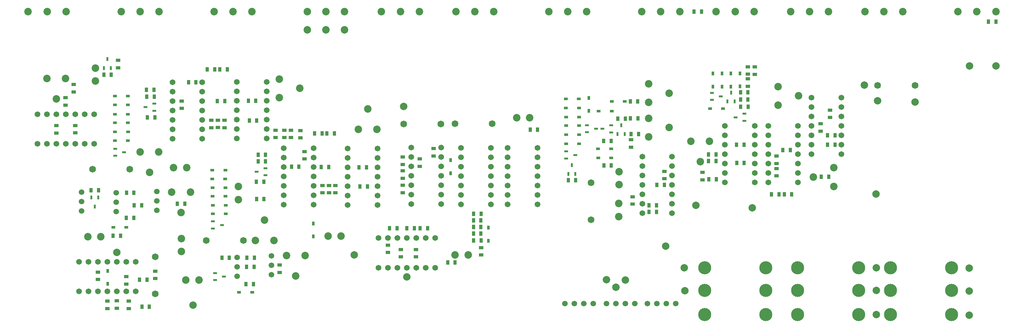
<source format=gbs>
G04*
G04 #@! TF.GenerationSoftware,Altium Limited,Altium Designer,22.10.1 (41)*
G04*
G04 Layer_Color=16711935*
%FSLAX44Y44*%
%MOMM*%
G71*
G04*
G04 #@! TF.SameCoordinates,925E1407-17B4-44B6-9F2D-65EEED7EDF2A*
G04*
G04*
G04 #@! TF.FilePolarity,Negative*
G04*
G01*
G75*
%ADD15C,2.0200*%
%ADD16C,1.8200*%
%ADD17C,1.5440*%
%ADD18C,1.5200*%
%ADD19C,2.0032*%
%ADD20C,3.5200*%
%ADD36R,1.0200X0.6200*%
%ADD37R,1.2800X0.8300*%
%ADD38R,0.8300X1.2800*%
%ADD39R,0.7200X1.0200*%
%ADD40R,0.6200X1.0200*%
%ADD41R,1.0200X0.7200*%
D15*
X2065745Y655284D02*
D03*
Y605284D02*
D03*
X2120745Y630284D02*
D03*
X1637000Y339654D02*
D03*
Y304654D02*
D03*
X1232412Y201250D02*
D03*
X1197412D02*
D03*
X508250Y133099D02*
D03*
X473250D02*
D03*
X230411Y704751D02*
D03*
Y669751D02*
D03*
X124819Y621500D02*
D03*
X99819Y676500D02*
D03*
X149819D02*
D03*
X375415Y423599D02*
D03*
X350415Y478599D02*
D03*
X400415D02*
D03*
X1362722Y570750D02*
D03*
X1397722D02*
D03*
X461665Y210349D02*
D03*
Y245349D02*
D03*
X779915Y650349D02*
D03*
X724915Y625349D02*
D03*
Y675349D02*
D03*
X209915Y250099D02*
D03*
X244915D02*
D03*
X485415Y370599D02*
D03*
X435415D02*
D03*
X460415Y315599D02*
D03*
X440433Y436564D02*
D03*
X475433D02*
D03*
X614319Y350349D02*
D03*
Y385349D02*
D03*
X659819Y240349D02*
D03*
X709819D02*
D03*
X684819Y295349D02*
D03*
X793819Y199349D02*
D03*
X743819D02*
D03*
X768819Y144349D02*
D03*
X890665Y252099D02*
D03*
X855665D02*
D03*
X937319Y540099D02*
D03*
X987319D02*
D03*
X962319Y595099D02*
D03*
X2160745Y411034D02*
D03*
X2215745Y436034D02*
D03*
Y386034D02*
D03*
X1856244Y452546D02*
D03*
X1831244Y507546D02*
D03*
X1881244D02*
D03*
X1772500Y637404D02*
D03*
X1717500Y612404D02*
D03*
Y662404D02*
D03*
X1772750Y544404D02*
D03*
X1717750Y519404D02*
D03*
Y569404D02*
D03*
X1637750Y425404D02*
D03*
Y390404D02*
D03*
X850250Y857500D02*
D03*
X800250D02*
D03*
X900250D02*
D03*
Y808000D02*
D03*
X800250D02*
D03*
X850250D02*
D03*
X2549250Y857500D02*
D03*
X2600250D02*
D03*
X2651250D02*
D03*
X2299250D02*
D03*
X2350250D02*
D03*
X2401250D02*
D03*
X2099250D02*
D03*
X2150250D02*
D03*
X2201250D02*
D03*
X1899250D02*
D03*
X1950250D02*
D03*
X2001250D02*
D03*
X1699250D02*
D03*
X1750250D02*
D03*
X1801250D02*
D03*
X1449250D02*
D03*
X1500250D02*
D03*
X1551250D02*
D03*
X1199250D02*
D03*
X1250250D02*
D03*
X1301250D02*
D03*
X999250D02*
D03*
X1050250D02*
D03*
X1101250D02*
D03*
X549250D02*
D03*
X600250D02*
D03*
X651250D02*
D03*
X299250D02*
D03*
X350250D02*
D03*
X401250D02*
D03*
X49250D02*
D03*
X100250D02*
D03*
X151250D02*
D03*
D16*
X1562750Y295904D02*
D03*
Y395904D02*
D03*
X527819Y240349D02*
D03*
X627819D02*
D03*
X1159206Y553750D02*
D03*
X1059206D02*
D03*
X1197206Y554750D02*
D03*
X1297206D02*
D03*
X322415Y432599D02*
D03*
X222415D02*
D03*
X2433580Y658199D02*
D03*
X2333580D02*
D03*
X391000Y195750D02*
D03*
Y95750D02*
D03*
D17*
X338250Y182580D02*
D03*
X312850D02*
D03*
X287450D02*
D03*
X262050D02*
D03*
X236650D02*
D03*
X211250D02*
D03*
X185850D02*
D03*
X338250Y102580D02*
D03*
X312850D02*
D03*
X287450D02*
D03*
X262050D02*
D03*
X236650D02*
D03*
X211250D02*
D03*
X185850D02*
D03*
X610415Y667527D02*
D03*
Y642127D02*
D03*
Y616727D02*
D03*
Y591327D02*
D03*
Y565927D02*
D03*
Y540527D02*
D03*
Y515127D02*
D03*
X690415Y667527D02*
D03*
Y642127D02*
D03*
Y616727D02*
D03*
Y591327D02*
D03*
Y565927D02*
D03*
Y540527D02*
D03*
Y515127D02*
D03*
X1418456Y337800D02*
D03*
Y363200D02*
D03*
Y388600D02*
D03*
Y414000D02*
D03*
Y439400D02*
D03*
Y464800D02*
D03*
Y490200D02*
D03*
X1338456Y337800D02*
D03*
Y363200D02*
D03*
Y388600D02*
D03*
Y414000D02*
D03*
Y439400D02*
D03*
Y464800D02*
D03*
Y490200D02*
D03*
X1159456Y338300D02*
D03*
Y363700D02*
D03*
Y389100D02*
D03*
Y414500D02*
D03*
Y439900D02*
D03*
Y465300D02*
D03*
Y490700D02*
D03*
X1079456Y338300D02*
D03*
Y363700D02*
D03*
Y389100D02*
D03*
Y414500D02*
D03*
Y439900D02*
D03*
Y465300D02*
D03*
Y490700D02*
D03*
X1293403Y337531D02*
D03*
Y362931D02*
D03*
Y388331D02*
D03*
Y413731D02*
D03*
Y439131D02*
D03*
Y464531D02*
D03*
Y489931D02*
D03*
X1213403Y337531D02*
D03*
Y362931D02*
D03*
Y388331D02*
D03*
Y413731D02*
D03*
Y439131D02*
D03*
Y464531D02*
D03*
Y489931D02*
D03*
X990962Y166750D02*
D03*
X1016362D02*
D03*
X1041762D02*
D03*
X1067162D02*
D03*
X1092562D02*
D03*
X1117962D02*
D03*
X1143362D02*
D03*
X990962Y246750D02*
D03*
X1016362D02*
D03*
X1041762D02*
D03*
X1067162D02*
D03*
X1092562D02*
D03*
X1117962D02*
D03*
X1143362D02*
D03*
X437174Y666357D02*
D03*
Y640957D02*
D03*
Y615557D02*
D03*
Y590157D02*
D03*
Y564757D02*
D03*
Y539357D02*
D03*
Y513957D02*
D03*
X517174Y666357D02*
D03*
Y640957D02*
D03*
Y615557D02*
D03*
Y590157D02*
D03*
Y564757D02*
D03*
Y539357D02*
D03*
Y513957D02*
D03*
X736819Y489249D02*
D03*
Y463849D02*
D03*
Y438449D02*
D03*
Y413049D02*
D03*
Y387649D02*
D03*
Y362249D02*
D03*
Y336849D02*
D03*
X816819Y489249D02*
D03*
Y463849D02*
D03*
Y438449D02*
D03*
Y413049D02*
D03*
Y387649D02*
D03*
Y362249D02*
D03*
Y336849D02*
D03*
X988319Y335899D02*
D03*
Y361299D02*
D03*
Y386699D02*
D03*
Y412099D02*
D03*
Y437499D02*
D03*
Y462899D02*
D03*
Y488299D02*
D03*
X908319Y335899D02*
D03*
Y361299D02*
D03*
Y386699D02*
D03*
Y412099D02*
D03*
Y437499D02*
D03*
Y462899D02*
D03*
Y488299D02*
D03*
X2155745Y625234D02*
D03*
Y599834D02*
D03*
Y574434D02*
D03*
Y549034D02*
D03*
Y523634D02*
D03*
Y498234D02*
D03*
Y472834D02*
D03*
X2235745Y625234D02*
D03*
Y599834D02*
D03*
Y574434D02*
D03*
Y549034D02*
D03*
Y523634D02*
D03*
Y498234D02*
D03*
Y472834D02*
D03*
X2039314Y548703D02*
D03*
Y523303D02*
D03*
Y497903D02*
D03*
Y472503D02*
D03*
Y447103D02*
D03*
Y421703D02*
D03*
Y396303D02*
D03*
X2119314Y548703D02*
D03*
Y523303D02*
D03*
Y497903D02*
D03*
Y472503D02*
D03*
Y447103D02*
D03*
Y421703D02*
D03*
Y396303D02*
D03*
X1922995Y548734D02*
D03*
Y523334D02*
D03*
Y497934D02*
D03*
Y472534D02*
D03*
Y447134D02*
D03*
Y421734D02*
D03*
Y396334D02*
D03*
X2002995Y548734D02*
D03*
Y523334D02*
D03*
Y497934D02*
D03*
Y472534D02*
D03*
Y447134D02*
D03*
Y421734D02*
D03*
Y396334D02*
D03*
X1700439Y466323D02*
D03*
Y440923D02*
D03*
Y415523D02*
D03*
Y390123D02*
D03*
Y364723D02*
D03*
Y339323D02*
D03*
Y313923D02*
D03*
X1780439Y466323D02*
D03*
Y440923D02*
D03*
Y415523D02*
D03*
Y390123D02*
D03*
Y364723D02*
D03*
Y339323D02*
D03*
Y313923D02*
D03*
X74019Y500781D02*
D03*
X99419D02*
D03*
X124819D02*
D03*
X150219D02*
D03*
X175619D02*
D03*
X201019D02*
D03*
X226419D02*
D03*
X74019Y580781D02*
D03*
X99419D02*
D03*
X124819D02*
D03*
X150219D02*
D03*
X175619D02*
D03*
X201019D02*
D03*
X226419D02*
D03*
D18*
X394915Y371999D02*
D03*
Y346599D02*
D03*
Y321199D02*
D03*
X1714021Y70000D02*
D03*
X1739421D02*
D03*
X1764821D02*
D03*
X1790221D02*
D03*
X1492221D02*
D03*
X1517621D02*
D03*
X1543021D02*
D03*
X1568421D02*
D03*
X193165Y319449D02*
D03*
Y344849D02*
D03*
Y370249D02*
D03*
X286165Y318299D02*
D03*
Y343699D02*
D03*
Y369099D02*
D03*
X611319Y194149D02*
D03*
Y168749D02*
D03*
Y143349D02*
D03*
X703069Y198749D02*
D03*
Y173349D02*
D03*
Y147949D02*
D03*
X1604121Y70000D02*
D03*
X1629521D02*
D03*
X1654921D02*
D03*
X1680321D02*
D03*
D19*
X1844743Y334493D02*
D03*
X492750Y65500D02*
D03*
X2580500Y710750D02*
D03*
X2579500Y165250D02*
D03*
Y103750D02*
D03*
Y38500D02*
D03*
X2330000Y40000D02*
D03*
X2329750Y105000D02*
D03*
X2330250Y166250D02*
D03*
X925750Y201000D02*
D03*
X1629929Y114250D02*
D03*
X1604250Y134250D02*
D03*
X1067662Y141500D02*
D03*
X1763786Y224930D02*
D03*
X1655250Y133250D02*
D03*
X1813500Y166250D02*
D03*
X1815250Y104500D02*
D03*
X2297330Y658949D02*
D03*
X2434080Y613199D02*
D03*
X2333330Y616699D02*
D03*
X2651727Y710500D02*
D03*
X287500Y208250D02*
D03*
X1996000Y328500D02*
D03*
X1059206Y601750D02*
D03*
X2329000Y365750D02*
D03*
D20*
X2532250Y40000D02*
D03*
X2368250Y166000D02*
D03*
Y105000D02*
D03*
Y40000D02*
D03*
X2532250Y166000D02*
D03*
Y105000D02*
D03*
X2282250D02*
D03*
Y166000D02*
D03*
X2118250Y40000D02*
D03*
Y105000D02*
D03*
Y166000D02*
D03*
X2282250Y40000D02*
D03*
X2032250Y105000D02*
D03*
Y166000D02*
D03*
X1868250Y40000D02*
D03*
Y105000D02*
D03*
Y166000D02*
D03*
X2032250Y40000D02*
D03*
D36*
X307236Y477920D02*
D03*
X283236Y487420D02*
D03*
Y468420D02*
D03*
X388415Y609099D02*
D03*
Y590099D02*
D03*
X364415Y599599D02*
D03*
X546112Y272258D02*
D03*
Y291258D02*
D03*
X570112Y281758D02*
D03*
X551569Y133099D02*
D03*
Y152099D02*
D03*
X575569Y142599D02*
D03*
X687569Y434719D02*
D03*
Y415719D02*
D03*
X663569Y425219D02*
D03*
X1911621Y628410D02*
D03*
X1887621Y637910D02*
D03*
Y618910D02*
D03*
X1951121Y572160D02*
D03*
X1975121Y562660D02*
D03*
Y581660D02*
D03*
X1520250Y470654D02*
D03*
X1496250Y480154D02*
D03*
Y461154D02*
D03*
X1593000Y541154D02*
D03*
X1617000Y531654D02*
D03*
Y550654D02*
D03*
X1576000Y541404D02*
D03*
X1552000Y550904D02*
D03*
Y531904D02*
D03*
D37*
X462502Y596099D02*
D03*
Y616099D02*
D03*
X1102252Y459750D02*
D03*
Y439750D02*
D03*
X1139259Y487750D02*
D03*
Y467750D02*
D03*
X1056208Y427750D02*
D03*
Y407750D02*
D03*
X1056204Y368750D02*
D03*
Y388750D02*
D03*
X1056203Y445279D02*
D03*
Y465279D02*
D03*
X541913Y564170D02*
D03*
Y544170D02*
D03*
X559667Y564599D02*
D03*
Y544599D02*
D03*
X577417Y564349D02*
D03*
Y544349D02*
D03*
X725318Y153599D02*
D03*
Y173599D02*
D03*
X792248Y460000D02*
D03*
Y480000D02*
D03*
X858071Y388599D02*
D03*
Y368599D02*
D03*
X840571Y388599D02*
D03*
Y368599D02*
D03*
X875571Y388599D02*
D03*
Y368599D02*
D03*
X714502Y537500D02*
D03*
Y517500D02*
D03*
X737914Y517345D02*
D03*
Y537345D02*
D03*
X781419Y536750D02*
D03*
Y516750D02*
D03*
X756043Y517413D02*
D03*
Y537413D02*
D03*
X1092160Y215750D02*
D03*
Y195750D02*
D03*
X1267218Y220750D02*
D03*
Y200750D02*
D03*
X1051661Y215750D02*
D03*
Y195750D02*
D03*
X1016414Y207500D02*
D03*
Y227500D02*
D03*
X291002Y706000D02*
D03*
Y726000D02*
D03*
X171748Y660500D02*
D03*
Y640500D02*
D03*
X175618Y550250D02*
D03*
Y530250D02*
D03*
X149817Y625250D02*
D03*
Y605250D02*
D03*
X125502Y530000D02*
D03*
Y550000D02*
D03*
X2003373Y688160D02*
D03*
Y708160D02*
D03*
X1984621Y688410D02*
D03*
Y708410D02*
D03*
X1984619Y675660D02*
D03*
Y655660D02*
D03*
X2205564Y591696D02*
D03*
Y571696D02*
D03*
X2180002Y535000D02*
D03*
Y555000D02*
D03*
X2061243Y434181D02*
D03*
Y414181D02*
D03*
X2061247Y447620D02*
D03*
Y467620D02*
D03*
X1862493Y423534D02*
D03*
Y403534D02*
D03*
X1674502Y337904D02*
D03*
Y357904D02*
D03*
X1759998Y426486D02*
D03*
Y406486D02*
D03*
X1670251Y491905D02*
D03*
Y511905D02*
D03*
X287443Y77250D02*
D03*
Y57250D02*
D03*
X262046Y56500D02*
D03*
Y76500D02*
D03*
X319998Y76250D02*
D03*
Y56250D02*
D03*
X236646Y134750D02*
D03*
Y154750D02*
D03*
X312843Y142500D02*
D03*
Y122500D02*
D03*
X390998Y157250D02*
D03*
Y137250D02*
D03*
D38*
X641415Y617075D02*
D03*
X661415D02*
D03*
X1246675Y294383D02*
D03*
X1266675D02*
D03*
Y276630D02*
D03*
X1246675D02*
D03*
X1266925Y312380D02*
D03*
X1246925D02*
D03*
X1266675Y258380D02*
D03*
X1246675D02*
D03*
X1246925Y240133D02*
D03*
X1266925D02*
D03*
X1419000Y539152D02*
D03*
X1399000D02*
D03*
X1197162Y180748D02*
D03*
X1177162D02*
D03*
X277915Y252600D02*
D03*
X297915D02*
D03*
X333165Y301347D02*
D03*
X313165D02*
D03*
X334250Y334502D02*
D03*
X354250D02*
D03*
X313666Y369100D02*
D03*
X333666D02*
D03*
X238165Y375847D02*
D03*
X218165D02*
D03*
X387665Y646097D02*
D03*
X367665D02*
D03*
X388415Y627679D02*
D03*
X368415D02*
D03*
X369915Y571851D02*
D03*
X389915D02*
D03*
X470599Y339099D02*
D03*
X450599D02*
D03*
X590112Y193599D02*
D03*
X570112D02*
D03*
X480500Y666502D02*
D03*
X500500D02*
D03*
X550915Y701597D02*
D03*
X530915D02*
D03*
X577746Y615921D02*
D03*
X557745D02*
D03*
X584500Y701596D02*
D03*
X564500D02*
D03*
X635000Y122600D02*
D03*
X655000D02*
D03*
X636819Y169100D02*
D03*
X656819D02*
D03*
X637569Y193601D02*
D03*
X657569D02*
D03*
X683250Y352154D02*
D03*
X663250D02*
D03*
X662750Y398261D02*
D03*
X682750D02*
D03*
X941500Y385752D02*
D03*
X961500D02*
D03*
X687569Y453219D02*
D03*
X667569D02*
D03*
X687569Y470967D02*
D03*
X667569D02*
D03*
X643750Y563252D02*
D03*
X663750D02*
D03*
X757417Y438752D02*
D03*
X777417D02*
D03*
X958750Y437248D02*
D03*
X938750D02*
D03*
X857250Y438447D02*
D03*
X837250D02*
D03*
X839819Y528347D02*
D03*
X819819D02*
D03*
X872819Y528349D02*
D03*
X852819D02*
D03*
X1103412Y272998D02*
D03*
X1123412D02*
D03*
X1067412D02*
D03*
X1087412D02*
D03*
X1040912Y272752D02*
D03*
X1020912D02*
D03*
X2651250Y830002D02*
D03*
X2631250D02*
D03*
X252750Y686748D02*
D03*
X272750D02*
D03*
X1984621Y620162D02*
D03*
X1964621D02*
D03*
X1984871Y600912D02*
D03*
X1964871D02*
D03*
X1984546Y639412D02*
D03*
X1964546D02*
D03*
X2201745Y412036D02*
D03*
X2181745D02*
D03*
X2198745Y523633D02*
D03*
X2218745D02*
D03*
X2198745Y498233D02*
D03*
X2218745D02*
D03*
X2067995Y364286D02*
D03*
X2047995D02*
D03*
X2082495Y364283D02*
D03*
X2102495D02*
D03*
X2098495Y483536D02*
D03*
X2078495D02*
D03*
X1953995Y498283D02*
D03*
X1973995D02*
D03*
X1899495Y405036D02*
D03*
X1879495D02*
D03*
X1974495Y449286D02*
D03*
X1954495D02*
D03*
X1898495Y472036D02*
D03*
X1878495D02*
D03*
Y454033D02*
D03*
X1898495D02*
D03*
X1654686Y568905D02*
D03*
X1634686D02*
D03*
X1617000Y508655D02*
D03*
X1597000D02*
D03*
X1597249Y442405D02*
D03*
X1617249D02*
D03*
X1738750Y317154D02*
D03*
X1718750D02*
D03*
X1738750Y334655D02*
D03*
X1718750D02*
D03*
X1760000Y390124D02*
D03*
X1740000D02*
D03*
X1690250Y527155D02*
D03*
X1670250D02*
D03*
X1688750Y569405D02*
D03*
X1668750D02*
D03*
X1668250Y614902D02*
D03*
X1688250D02*
D03*
X1521548Y402341D02*
D03*
X1501548D02*
D03*
X348750Y133973D02*
D03*
X368750D02*
D03*
X355250Y61748D02*
D03*
X375250D02*
D03*
X1860000Y857002D02*
D03*
X1840000D02*
D03*
D39*
X1286925Y239382D02*
D03*
Y274382D02*
D03*
X1185456Y456631D02*
D03*
Y421631D02*
D03*
X816250Y286000D02*
D03*
Y251000D02*
D03*
X1890621Y655160D02*
D03*
Y690160D02*
D03*
X1915371D02*
D03*
Y655160D02*
D03*
X1938621D02*
D03*
Y690160D02*
D03*
X1962871Y690660D02*
D03*
Y655660D02*
D03*
X1556750Y624404D02*
D03*
Y589404D02*
D03*
X262750Y123170D02*
D03*
Y158170D02*
D03*
D40*
X218915Y355599D02*
D03*
X237915D02*
D03*
X228415Y331599D02*
D03*
X262341Y729250D02*
D03*
X252841Y705250D02*
D03*
X271842D02*
D03*
X1939121Y638910D02*
D03*
X1929621Y614910D02*
D03*
X1948621D02*
D03*
X1643750Y551154D02*
D03*
X1634250Y527154D02*
D03*
X1653250D02*
D03*
X1511207Y443143D02*
D03*
X1501707Y419143D02*
D03*
X1520708D02*
D03*
D41*
X278415Y275349D02*
D03*
X313415D02*
D03*
X317236Y605420D02*
D03*
X282236D02*
D03*
X317354Y509287D02*
D03*
X282354D02*
D03*
X317736Y557170D02*
D03*
X282736D02*
D03*
Y580670D02*
D03*
X317736D02*
D03*
X282736Y629170D02*
D03*
X317736D02*
D03*
X282947Y532631D02*
D03*
X317947D02*
D03*
X579362Y406258D02*
D03*
X544362D02*
D03*
X544612Y429258D02*
D03*
X579612D02*
D03*
X580112Y359008D02*
D03*
X545112D02*
D03*
Y382008D02*
D03*
X580112D02*
D03*
X545612Y335258D02*
D03*
X580612D02*
D03*
Y312258D02*
D03*
X545612D02*
D03*
X616569Y100349D02*
D03*
X651569D02*
D03*
X1917871Y595410D02*
D03*
X1882871D02*
D03*
X1617249Y462905D02*
D03*
X1582249D02*
D03*
X1581538Y487155D02*
D03*
X1616538D02*
D03*
X1530658Y525158D02*
D03*
X1495658D02*
D03*
Y501158D02*
D03*
X1530658D02*
D03*
X1495658Y549658D02*
D03*
X1530658D02*
D03*
Y572908D02*
D03*
X1495658D02*
D03*
X1495358Y596908D02*
D03*
X1530358D02*
D03*
X1495036Y621618D02*
D03*
X1530035D02*
D03*
X1618500Y614904D02*
D03*
X1653500D02*
D03*
X1583500Y589154D02*
D03*
X1618500D02*
D03*
M02*

</source>
